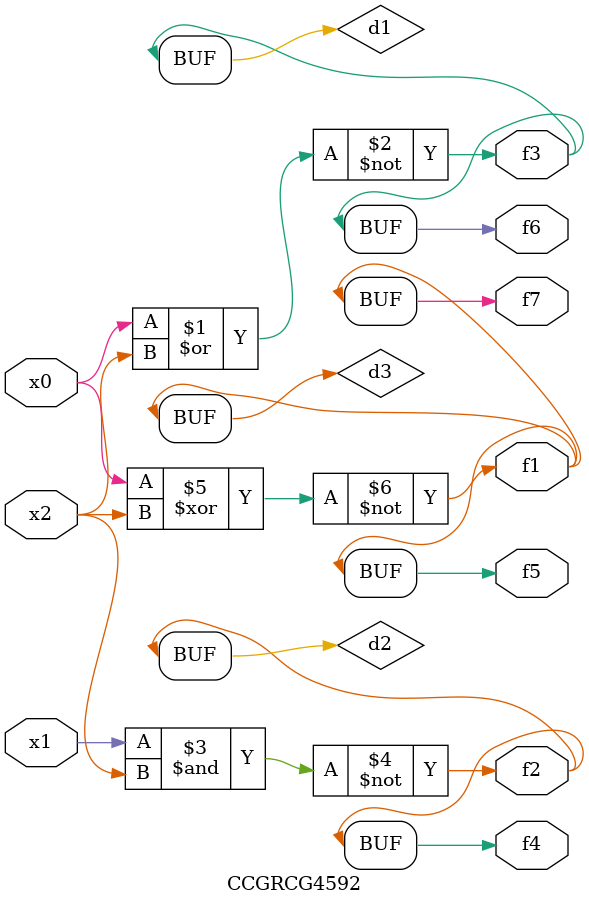
<source format=v>
module CCGRCG4592(
	input x0, x1, x2,
	output f1, f2, f3, f4, f5, f6, f7
);

	wire d1, d2, d3;

	nor (d1, x0, x2);
	nand (d2, x1, x2);
	xnor (d3, x0, x2);
	assign f1 = d3;
	assign f2 = d2;
	assign f3 = d1;
	assign f4 = d2;
	assign f5 = d3;
	assign f6 = d1;
	assign f7 = d3;
endmodule

</source>
